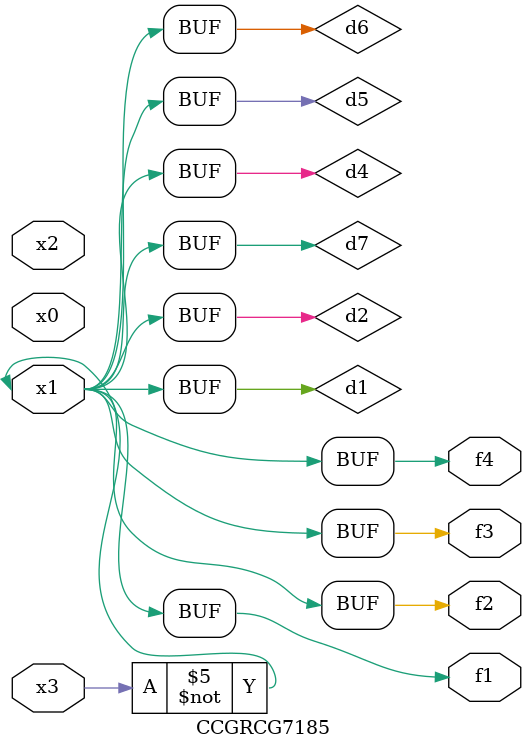
<source format=v>
module CCGRCG7185(
	input x0, x1, x2, x3,
	output f1, f2, f3, f4
);

	wire d1, d2, d3, d4, d5, d6, d7;

	not (d1, x3);
	buf (d2, x1);
	xnor (d3, d1, d2);
	nor (d4, d1);
	buf (d5, d1, d2);
	buf (d6, d4, d5);
	nand (d7, d4);
	assign f1 = d6;
	assign f2 = d7;
	assign f3 = d6;
	assign f4 = d6;
endmodule

</source>
